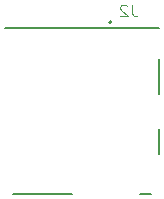
<source format=gbr>
%TF.GenerationSoftware,KiCad,Pcbnew,6.0.11-2627ca5db0~126~ubuntu22.04.1*%
%TF.CreationDate,2023-07-02T17:23:57-07:00*%
%TF.ProjectId,small-display,736d616c-6c2d-4646-9973-706c61792e6b,rev?*%
%TF.SameCoordinates,Original*%
%TF.FileFunction,Legend,Bot*%
%TF.FilePolarity,Positive*%
%FSLAX46Y46*%
G04 Gerber Fmt 4.6, Leading zero omitted, Abs format (unit mm)*
G04 Created by KiCad (PCBNEW 6.0.11-2627ca5db0~126~ubuntu22.04.1) date 2023-07-02 17:23:57*
%MOMM*%
%LPD*%
G01*
G04 APERTURE LIST*
%ADD10C,0.015000*%
%ADD11C,0.127000*%
%ADD12C,0.200000*%
G04 APERTURE END LIST*
D10*
%TO.C,J2*%
X25241226Y963739D02*
X25241226Y248964D01*
X25288878Y106009D01*
X25384181Y10705D01*
X25527136Y-36945D01*
X25622440Y-36945D01*
X24812361Y868435D02*
X24764710Y916087D01*
X24669406Y963739D01*
X24431148Y963739D01*
X24335845Y916087D01*
X24288193Y868435D01*
X24240541Y773132D01*
X24240541Y677829D01*
X24288193Y534874D01*
X24860013Y-36945D01*
X24240541Y-36945D01*
D11*
X26876000Y-15025000D02*
X25874000Y-15025000D01*
X20126000Y-15025000D02*
X15124000Y-15025000D01*
X27550000Y-975000D02*
X14450000Y-975000D01*
X27550000Y-3675000D02*
X27550000Y-6575000D01*
X27550000Y-9575000D02*
X27550000Y-11675000D01*
D12*
X23480000Y-525000D02*
G75*
G03*
X23480000Y-525000I-100000J0D01*
G01*
%TD*%
M02*

</source>
